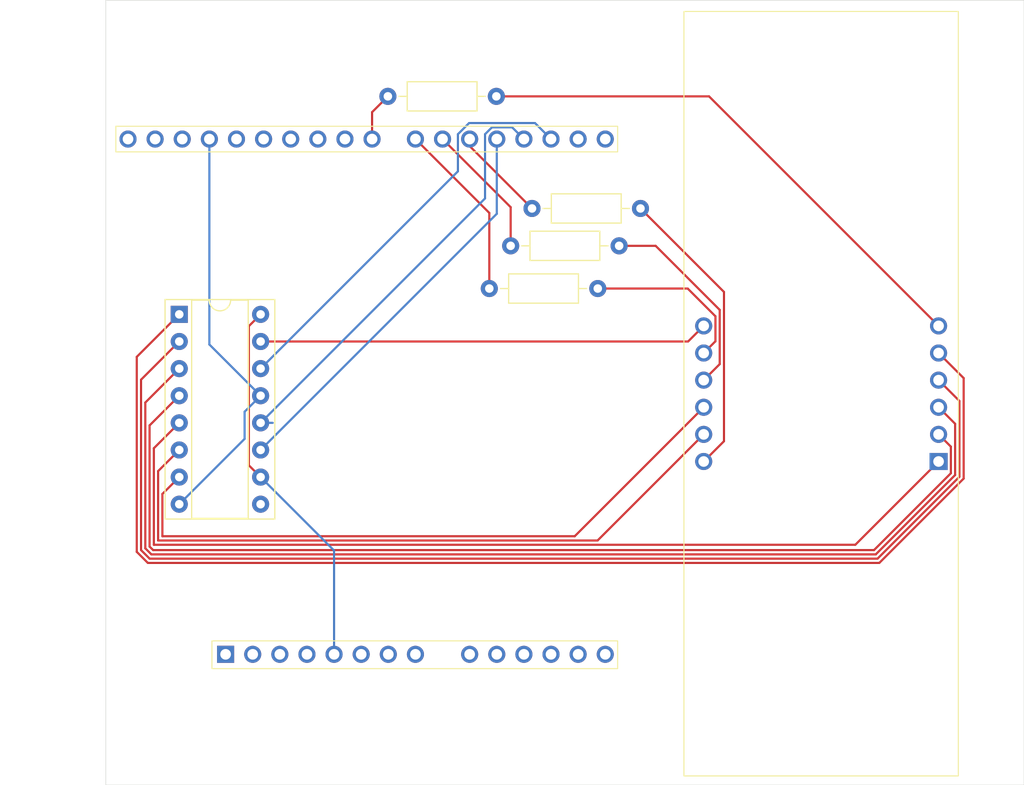
<source format=kicad_pcb>
(kicad_pcb (version 20240108) (generator "pcbnew") (generator_version "8.0")
  (layers (0 "F.Cu" signal) (31 "B.Cu" signal) (34 "B.Paste" user) (35 "F.Paste" user) (36 "B.SilkS" user "B.Silkscreen") (37 "F.SilkS" user "F.Silkscreen") (38 "B.Mask" user) (39 "F.Mask" user) (44 "Edge.Cuts" user))
  (net 0 "")
  (net 1 "Net-(https://www.electrokit.com/upload/product/41013/41013527/1LEDREDCC.pdf1-DIG4)")
  (net 2 "Net-(U1-QG)")
  (net 3 "Net-(U1-QE)")
  (net 4 "Net-(U1-QH)")
  (net 5 "Net-(https://www.electrokit.com/upload/product/41013/41013527/1LEDREDCC.pdf1-DIG1)")
  (net 6 "Net-(U1-QB)")
  (net 7 "Net-(U1-QF)")
  (net 8 "Net-(https://www.electrokit.com/upload/product/41013/41013527/1LEDREDCC.pdf1-DIG3)")
  (net 9 "Net-(https://www.electrokit.com/upload/product/41013/41013527/1LEDREDCC.pdf1-DIG2)")
  (net 10 "Net-(U1-QD)")
  (net 11 "Net-(U1-QA)")
  (net 12 "Net-(U1-QC)")
  (net 13 "Net-(UNO1-D8)")
  (net 14 "Net-(UNO1-D5)")
  (net 15 "Net-(UNO1-D6)")
  (net 16 "Net-(UNO1-D7)")
  (net 17 "Net-(U1-GND)")
  (net 18 "Net-(U1-SRCLK)")
  (net 19 "Net-(U1-VCC)")
  (net 20 "Net-(U1-SER)")
  (net 22 "Net-(U1-RCLK)")
  (footprint "Resistor_THT:R_Axial_DIN0207_L6.3mm_D2.5mm_P10.16mm_Horizontal" (layer "F.Cu") (at 156.08 69 180)
    (property "Reference" "R1" (hide yes))
    (property "Value" "R" (hide yes))
    (fp_line (start 9.12 0) (end 8.35 0) (stroke (width 0.12)) (layer "F.SilkS"))
    (fp_line (start 8.35 1.37) (end 8.35 -1.37) (stroke (width 0.12)) (layer "F.SilkS"))
    (fp_line (start 8.35 -1.37) (end 1.81 -1.37) (stroke (width 0.12)) (layer "F.SilkS"))
    (fp_line (start 1.81 1.37) (end 8.35 1.37) (stroke (width 0.12)) (layer "F.SilkS"))
    (fp_line (start 1.81 -1.37) (end 1.81 1.37) (stroke (width 0.12)) (layer "F.SilkS"))
    (fp_line (start 1.04 0) (end 1.81 0) (stroke (width 0.12)) (layer "F.SilkS"))
    (pad "1" thru_hole circle (at 0 0 180) (size 1.6 1.6) (drill 0.8) (layers "*.Cu" "*.Mask") (net 1 "Net-(https://www.electrokit.com/upload/product/41013/41013527/1LEDREDCC.pdf1-DIG4)"))
    (pad "2" thru_hole oval (at 10.16 0 180) (size 1.6 1.6) (drill 0.8) (layers "*.Cu" "*.Mask") (net 13 "Net-(UNO1-D8)"))
  )
  (footprint "Resistor_THT:R_Axial_DIN0207_L6.3mm_D2.5mm_P10.16mm_Horizontal" (layer "F.Cu") (at 155.42 87)
    (property "Reference" "R4" (hide yes))
    (property "Value" "R" (hide yes))
    (fp_line (start 1.04 0) (end 1.81 0) (stroke (width 0.12)) (layer "F.SilkS"))
    (fp_line (start 1.81 -1.37) (end 1.81 1.37) (stroke (width 0.12)) (layer "F.SilkS"))
    (fp_line (start 1.81 1.37) (end 8.35 1.37) (stroke (width 0.12)) (layer "F.SilkS"))
    (fp_line (start 8.35 -1.37) (end 1.81 -1.37) (stroke (width 0.12)) (layer "F.SilkS"))
    (fp_line (start 8.35 1.37) (end 8.35 -1.37) (stroke (width 0.12)) (layer "F.SilkS"))
    (fp_line (start 9.12 0) (end 8.35 0) (stroke (width 0.12)) (layer "F.SilkS"))
    (pad "1" thru_hole circle (at 0 0) (size 1.6 1.6) (drill 0.8) (layers "*.Cu" "*.Mask") (net 16 "Net-(UNO1-D7)"))
    (pad "2" thru_hole oval (at 10.16 0) (size 1.6 1.6) (drill 0.8) (layers "*.Cu" "*.Mask") (net 8 "Net-(https://www.electrokit.com/upload/product/41013/41013527/1LEDREDCC.pdf1-DIG3)"))
  )
  (footprint "Local_Library:Arduino UNO R3 Outline" (layer "F.Cu") (at 109.84 75.2)
    (property "Reference" "UNO1" (hide yes))
    (property "Value" "~" (hide yes))
    (fp_rect (start 10.6 -3.4) (end 57.6 -1) (stroke (width 0.1)) (fill none) (layer "F.SilkS"))
    (fp_rect (start 19.6 44.8) (end 57.6 47.4) (stroke (width 0.1)) (fill none) (layer "F.SilkS"))
    (pad "1" thru_hole rect (at 20.88 46.06 90) (size 1.6 1.6) (drill 1) (layers "*.Cu" "*.Mask"))
    (pad "2" thru_hole oval (at 23.42 46.06 90) (size 1.6 1.6) (drill 1) (layers "*.Cu" "*.Mask"))
    (pad "3" thru_hole oval (at 25.96 46.06 90) (size 1.6 1.6) (drill 1) (layers "*.Cu" "*.Mask"))
    (pad "4" thru_hole oval (at 28.5 46.06 90) (size 1.6 1.6) (drill 1) (layers "*.Cu" "*.Mask"))
    (pad "5" thru_hole oval (at 31.04 46.06 90) (size 1.6 1.6) (drill 1) (layers "*.Cu" "*.Mask") (net 19 "Net-(U1-VCC)"))
    (pad "6" thru_hole oval (at 33.58 46.06 90) (size 1.6 1.6) (drill 1) (layers "*.Cu" "*.Mask"))
    (pad "7" thru_hole oval (at 36.12 46.06 90) (size 1.6 1.6) (drill 1) (layers "*.Cu" "*.Mask"))
    (pad "8" thru_hole oval (at 38.66 46.06 90) (size 1.6 1.6) (drill 1) (layers "*.Cu" "*.Mask"))
    (pad "9" thru_hole oval (at 43.74 46.06 90) (size 1.6 1.6) (drill 1) (layers "*.Cu" "*.Mask"))
    (pad "10" thru_hole oval (at 46.28 46.06 90) (size 1.6 1.6) (drill 1) (layers "*.Cu" "*.Mask"))
    (pad "11" thru_hole oval (at 48.82 46.06 90) (size 1.6 1.6) (drill 1) (layers "*.Cu" "*.Mask"))
    (pad "12" thru_hole oval (at 51.36 46.06 90) (size 1.6 1.6) (drill 1) (layers "*.Cu" "*.Mask"))
    (pad "13" thru_hole oval (at 53.9 46.06 90) (size 1.6 1.6) (drill 1) (layers "*.Cu" "*.Mask"))
    (pad "14" thru_hole oval (at 56.44 46.06 90) (size 1.6 1.6) (drill 1) (layers "*.Cu" "*.Mask"))
    (pad "15" thru_hole oval (at 56.44 -2.2 90) (size 1.6 1.6) (drill 1) (layers "*.Cu" "*.Mask"))
    (pad "16" thru_hole oval (at 53.9 -2.2 90) (size 1.6 1.6) (drill 1) (layers "*.Cu" "*.Mask"))
    (pad "17" thru_hole oval (at 51.36 -2.2 90) (size 1.6 1.6) (drill 1) (layers "*.Cu" "*.Mask") (net 20 "Net-(U1-SER)"))
    (pad "18" thru_hole oval (at 48.82 -2.2 90) (size 1.6 1.6) (drill 1) (layers "*.Cu" "*.Mask") (net 22 "Net-(U1-RCLK)"))
    (pad "19" thru_hole oval (at 46.28 -2.2 90) (size 1.6 1.6) (drill 1) (layers "*.Cu" "*.Mask") (net 18 "Net-(U1-SRCLK)"))
    (pad "20" thru_hole oval (at 43.74 -2.2 90) (size 1.6 1.6) (drill 1) (layers "*.Cu" "*.Mask") (net 14 "Net-(UNO1-D5)"))
    (pad "21" thru_hole oval (at 41.2 -2.2 90) (size 1.6 1.6) (drill 1) (layers "*.Cu" "*.Mask") (net 15 "Net-(UNO1-D6)"))
    (pad "22" thru_hole oval (at 38.66 -2.2 90) (size 1.6 1.6) (drill 1) (layers "*.Cu" "*.Mask") (net 16 "Net-(UNO1-D7)"))
    (pad "23" thru_hole oval (at 34.6 -2.2 90) (size 1.6 1.6) (drill 1) (layers "*.Cu" "*.Mask") (net 13 "Net-(UNO1-D8)"))
    (pad "24" thru_hole oval (at 32.06 -2.2 90) (size 1.6 1.6) (drill 1) (layers "*.Cu" "*.Mask"))
    (pad "25" thru_hole oval (at 29.52 -2.2 90) (size 1.6 1.6) (drill 1) (layers "*.Cu" "*.Mask"))
    (pad "26" thru_hole oval (at 26.98 -2.2 90) (size 1.6 1.6) (drill 1) (layers "*.Cu" "*.Mask"))
    (pad "27" thru_hole oval (at 24.44 -2.2 90) (size 1.6 1.6) (drill 1) (layers "*.Cu" "*.Mask"))
    (pad "28" thru_hole oval (at 21.9 -2.2 90) (size 1.6 1.6) (drill 1) (layers "*.Cu" "*.Mask"))
    (pad "29" thru_hole oval (at 19.36 -2.2 90) (size 1.6 1.6) (drill 1) (layers "*.Cu" "*.Mask") (net 17 "Net-(U1-GND)"))
    (pad "30" thru_hole oval (at 16.82 -2.2 90) (size 1.6 1.6) (drill 1) (layers "*.Cu" "*.Mask"))
    (pad "31" thru_hole oval (at 14.28 -2.2 90) (size 1.6 1.6) (drill 1) (layers "*.Cu" "*.Mask"))
    (pad "32" thru_hole oval (at 11.74 -2.2 90) (size 1.6 1.6) (drill 1) (layers "*.Cu" "*.Mask"))
  )
  (footprint "Resistor_THT:R_Axial_DIN0207_L6.3mm_D2.5mm_P10.16mm_Horizontal" (layer "F.Cu") (at 157.42 83)
    (property "Reference" "R3" (hide yes))
    (property "Value" "R" (hide yes))
    (fp_line (start 1.04 0) (end 1.81 0) (stroke (width 0.12)) (layer "F.SilkS"))
    (fp_line (start 1.81 -1.37) (end 1.81 1.37) (stroke (width 0.12)) (layer "F.SilkS"))
    (fp_line (start 1.81 1.37) (end 8.35 1.37) (stroke (width 0.12)) (layer "F.SilkS"))
    (fp_line (start 8.35 -1.37) (end 1.81 -1.37) (stroke (width 0.12)) (layer "F.SilkS"))
    (fp_line (start 8.35 1.37) (end 8.35 -1.37) (stroke (width 0.12)) (layer "F.SilkS"))
    (fp_line (start 9.12 0) (end 8.35 0) (stroke (width 0.12)) (layer "F.SilkS"))
    (pad "1" thru_hole circle (at 0 0) (size 1.6 1.6) (drill 0.8) (layers "*.Cu" "*.Mask") (net 15 "Net-(UNO1-D6)"))
    (pad "2" thru_hole oval (at 10.16 0) (size 1.6 1.6) (drill 0.8) (layers "*.Cu" "*.Mask") (net 9 "Net-(https://www.electrokit.com/upload/product/41013/41013527/1LEDREDCC.pdf1-DIG2)"))
  )
  (footprint "Local_Library:ATA8401ARBJ" (layer "F.Cu") (at 186.5 96.85 90)
    (property "Reference" "https://www.electrokit.com/upload/product/41013/41013527/1LEDREDCC.pdf1" (hide yes))
    (property "Value" "ATA8401ARBJ")
    (fp_rect (start -35.8 -12.85) (end 35.8 12.85) (stroke (width 0.1)) (fill none) (layer "F.SilkS"))
    (pad "1" thru_hole rect (at -6.35 11 90) (size 1.6 1.7) (drill 1) (layers "*.Cu" "*.Mask") (net 7 "Net-(U1-QF)"))
    (pad "2" thru_hole circle (at -3.81 11 90) (size 1.6 1.6) (drill 1) (layers "*.Cu" "*.Mask") (net 3 "Net-(U1-QE)"))
    (pad "3" thru_hole circle (at -1.27 11 90) (size 1.6 1.6) (drill 1) (layers "*.Cu" "*.Mask") (net 10 "Net-(U1-QD)"))
    (pad "4" thru_hole circle (at 1.27 11 90) (size 1.6 1.6) (drill 1) (layers "*.Cu" "*.Mask") (net 12 "Net-(U1-QC)"))
    (pad "5" thru_hole circle (at 3.81 11 90) (size 1.6 1.6) (drill 1) (layers "*.Cu" "*.Mask") (net 6 "Net-(U1-QB)"))
    (pad "6" thru_hole circle (at 6.35 11 90) (size 1.6 1.6) (drill 1) (layers "*.Cu" "*.Mask") (net 1 "Net-(https://www.electrokit.com/upload/product/41013/41013527/1LEDREDCC.pdf1-DIG4)"))
    (pad "7" thru_hole circle (at 6.35 -11 270) (size 1.6 1.6) (drill 1) (layers "*.Cu" "*.Mask") (net 11 "Net-(U1-QA)"))
    (pad "8" thru_hole circle (at 3.81 -11 270) (size 1.6 1.6) (drill 1) (layers "*.Cu" "*.Mask") (net 8 "Net-(https://www.electrokit.com/upload/product/41013/41013527/1LEDREDCC.pdf1-DIG3)"))
    (pad "9" thru_hole circle (at 1.27 -11 270) (size 1.6 1.6) (drill 1) (layers "*.Cu" "*.Mask") (net 9 "Net-(https://www.electrokit.com/upload/product/41013/41013527/1LEDREDCC.pdf1-DIG2)"))
    (pad "10" thru_hole circle (at -1.27 -11 270) (size 1.6 1.6) (drill 1) (layers "*.Cu" "*.Mask") (net 4 "Net-(U1-QH)"))
    (pad "11" thru_hole circle (at -3.81 -11 270) (size 1.6 1.6) (drill 1) (layers "*.Cu" "*.Mask") (net 2 "Net-(U1-QG)"))
    (pad "12" thru_hole circle (at -6.35 -11 270) (size 1.6 1.6) (drill 1) (layers "*.Cu" "*.Mask") (net 5 "Net-(https://www.electrokit.com/upload/product/41013/41013527/1LEDREDCC.pdf1-DIG1)"))
  )
  (footprint "Package_DIP:DIP-16_W7.62mm_Socket" (layer "F.Cu") (at 126.38 89.42)
    (property "Reference" "U1" (hide yes))
    (property "Value" "74HC595")
    (fp_line (start -1.33 -1.39) (end -1.33 19.17) (stroke (width 0.12)) (layer "F.SilkS"))
    (fp_line (start -1.33 19.17) (end 8.95 19.17) (stroke (width 0.12)) (layer "F.SilkS"))
    (fp_line (start 1.16 -1.33) (end 1.16 19.11) (stroke (width 0.12)) (layer "F.SilkS"))
    (fp_line (start 1.16 19.11) (end 6.46 19.11) (stroke (width 0.12)) (layer "F.SilkS"))
    (fp_line (start 2.81 -1.33) (end 1.16 -1.33) (stroke (width 0.12)) (layer "F.SilkS"))
    (fp_line (start 6.46 -1.33) (end 4.81 -1.33) (stroke (width 0.12)) (layer "F.SilkS"))
    (fp_line (start 6.46 19.11) (end 6.46 -1.33) (stroke (width 0.12)) (layer "F.SilkS"))
    (fp_line (start 8.95 -1.39) (end -1.33 -1.39) (stroke (width 0.12)) (layer "F.SilkS"))
    (fp_line (start 8.95 19.17) (end 8.95 -1.39) (stroke (width 0.12)) (layer "F.SilkS"))
    (fp_arc (start 4.81 -1.33) (mid 3.81 -0.33) (end 2.81 -1.33) (stroke (width 0.12)) (layer "F.SilkS"))
    (pad "1" thru_hole rect (at 0 0) (size 1.6 1.6) (drill 0.8) (layers "*.Cu" "*.Mask") (net 6 "Net-(U1-QB)"))
    (pad "2" thru_hole oval (at 0 2.54) (size 1.6 1.6) (drill 0.8) (layers "*.Cu" "*.Mask") (net 12 "Net-(U1-QC)"))
    (pad "3" thru_hole oval (at 0 5.08) (size 1.6 1.6) (drill 0.8) (layers "*.Cu" "*.Mask") (net 10 "Net-(U1-QD)"))
    (pad "4" thru_hole oval (at 0 7.62) (size 1.6 1.6) (drill 0.8) (layers "*.Cu" "*.Mask") (net 3 "Net-(U1-QE)"))
    (pad "5" thru_hole oval (at 0 10.16) (size 1.6 1.6) (drill 0.8) (layers "*.Cu" "*.Mask") (net 7 "Net-(U1-QF)"))
    (pad "6" thru_hole oval (at 0 12.7) (size 1.6 1.6) (drill 0.8) (layers "*.Cu" "*.Mask") (net 2 "Net-(U1-QG)"))
    (pad "7" thru_hole oval (at 0 15.24) (size 1.6 1.6) (drill 0.8) (layers "*.Cu" "*.Mask") (net 4 "Net-(U1-QH)"))
    (pad "8" thru_hole oval (at 0 17.78) (size 1.6 1.6) (drill 0.8) (layers "*.Cu" "*.Mask") (net 17 "Net-(U1-GND)"))
    (pad "9" thru_hole oval (at 7.62 17.78) (size 1.6 1.6) (drill 0.8) (layers "*.Cu" "*.Mask"))
    (pad "10" thru_hole oval (at 7.62 15.24) (size 1.6 1.6) (drill 0.8) (layers "*.Cu" "*.Mask") (net 19 "Net-(U1-VCC)"))
    (pad "11" thru_hole oval (at 7.62 12.7) (size 1.6 1.6) (drill 0.8) (layers "*.Cu" "*.Mask") (net 18 "Net-(U1-SRCLK)"))
    (pad "12" thru_hole oval (at 7.62 10.16) (size 1.6 1.6) (drill 0.8) (layers "*.Cu" "*.Mask") (net 22 "Net-(U1-RCLK)"))
    (pad "13" thru_hole oval (at 7.62 7.62) (size 1.6 1.6) (drill 0.8) (layers "*.Cu" "*.Mask") (net 17 "Net-(U1-GND)"))
    (pad "14" thru_hole oval (at 7.62 5.08) (size 1.6 1.6) (drill 0.8) (layers "*.Cu" "*.Mask") (net 20 "Net-(U1-SER)"))
    (pad "15" thru_hole oval (at 7.62 2.54) (size 1.6 1.6) (drill 0.8) (layers "*.Cu" "*.Mask") (net 11 "Net-(U1-QA)"))
    (pad "16" thru_hole oval (at 7.62 0) (size 1.6 1.6) (drill 0.8) (layers "*.Cu" "*.Mask") (net 19 "Net-(U1-VCC)"))
  )
  (footprint "Resistor_THT:R_Axial_DIN0207_L6.3mm_D2.5mm_P10.16mm_Horizontal" (layer "F.Cu") (at 159.42 79.5)
    (property "Reference" "R2" (hide yes))
    (property "Value" "R" (hide yes))
    (fp_line (start 1.04 0) (end 1.81 0) (stroke (width 0.12)) (layer "F.SilkS"))
    (fp_line (start 1.81 -1.37) (end 1.81 1.37) (stroke (width 0.12)) (layer "F.SilkS"))
    (fp_line (start 1.81 1.37) (end 8.35 1.37) (stroke (width 0.12)) (layer "F.SilkS"))
    (fp_line (start 8.35 -1.37) (end 1.81 -1.37) (stroke (width 0.12)) (layer "F.SilkS"))
    (fp_line (start 8.35 1.37) (end 8.35 -1.37) (stroke (width 0.12)) (layer "F.SilkS"))
    (fp_line (start 9.12 0) (end 8.35 0) (stroke (width 0.12)) (layer "F.SilkS"))
    (pad "1" thru_hole circle (at 0 0) (size 1.6 1.6) (drill 0.8) (layers "*.Cu" "*.Mask") (net 14 "Net-(UNO1-D5)"))
    (pad "2" thru_hole oval (at 10.16 0) (size 1.6 1.6) (drill 0.8) (layers "*.Cu" "*.Mask") (net 5 "Net-(https://www.electrokit.com/upload/product/41013/41013527/1LEDREDCC.pdf1-DIG1)"))
  )
  (gr_rect (start 119.5 60) (end 205.5 133.5) (stroke (width 0.05)) (fill none) (layer "Edge.Cuts"))
  (segment (start 176 69) (end 197.5 90.5) (width 0.2) (layer "F.Cu") (net 1))
  (segment (start 156.08 69) (end 176 69) (width 0.2) (layer "F.Cu") (net 1))
  (segment (start 124.4 110.6) (end 165.56 110.6) (width 0.2) (layer "F.Cu") (net 2))
  (segment (start 126.38 102.12) (end 124.4 104.1) (width 0.2) (layer "F.Cu") (net 2))
  (segment (start 165.56 110.6) (end 175.5 100.66) (width 0.2) (layer "F.Cu") (net 2))
  (segment (start 124.4 104.1) (end 124.4 110.6) (width 0.2) (layer "F.Cu") (net 2))
  (segment (start 198.65 104.3) (end 198.65 101.81) (width 0.2) (layer "F.Cu") (net 3))
  (segment (start 198.65 101.81) (end 197.5 100.66) (width 0.2) (layer "F.Cu") (net 3))
  (segment (start 123.934315 111.5) (end 191.45 111.5) (width 0.2) (layer "F.Cu") (net 3))
  (segment (start 123.6 99.82) (end 123.6 111.165685) (width 0.2) (layer "F.Cu") (net 3))
  (segment (start 123.6 111.165685) (end 123.934315 111.5) (width 0.2) (layer "F.Cu") (net 3))
  (segment (start 191.45 111.5) (end 198.65 104.3) (width 0.2) (layer "F.Cu") (net 3))
  (segment (start 126.38 97.04) (end 123.6 99.82) (width 0.2) (layer "F.Cu") (net 3))
  (segment (start 126.38 104.66) (end 124.8 106.24) (width 0.2) (layer "F.Cu") (net 4))
  (segment (start 124.8 106.24) (end 124.8 110.2) (width 0.2) (layer "F.Cu") (net 4))
  (segment (start 163.42 110.2) (end 175.5 98.12) (width 0.2) (layer "F.Cu") (net 4))
  (segment (start 124.8 110.2) (end 163.42 110.2) (width 0.2) (layer "F.Cu") (net 4))
  (segment (start 177.4 87.32) (end 169.58 79.5) (width 0.2) (layer "F.Cu") (net 5))
  (segment (start 175.5 103.2) (end 177.4 101.3) (width 0.2) (layer "F.Cu") (net 5))
  (segment (start 177.4 101.3) (end 177.4 87.32) (width 0.2) (layer "F.Cu") (net 5))
  (segment (start 123.437257 112.7) (end 122.4 111.662743) (width 0.2) (layer "F.Cu") (net 6))
  (segment (start 191.947058 112.7) (end 123.437257 112.7) (width 0.2) (layer "F.Cu") (net 6))
  (segment (start 199.85 95.39) (end 199.85 104.797058) (width 0.2) (layer "F.Cu") (net 6))
  (segment (start 122.4 111.662743) (end 122.4 93.4) (width 0.2) (layer "F.Cu") (net 6))
  (segment (start 122.4 93.4) (end 126.38 89.42) (width 0.2) (layer "F.Cu") (net 6))
  (segment (start 197.5 93.04) (end 199.85 95.39) (width 0.2) (layer "F.Cu") (net 6))
  (segment (start 199.85 104.797058) (end 191.947058 112.7) (width 0.2) (layer "F.Cu") (net 6))
  (segment (start 189.7 111) (end 197.5 103.2) (width 0.2) (layer "F.Cu") (net 7))
  (segment (start 124 111) (end 189.7 111) (width 0.2) (layer "F.Cu") (net 7))
  (segment (start 126.38 99.58) (end 124 101.96) (width 0.2) (layer "F.Cu") (net 7))
  (segment (start 124 101.96) (end 124 111) (width 0.2) (layer "F.Cu") (net 7))
  (segment (start 176.6 89.6) (end 174 87) (width 0.2) (layer "F.Cu") (net 8))
  (segment (start 174 87) (end 165.58 87) (width 0.2) (layer "F.Cu") (net 8))
  (segment (start 175.5 93.04) (end 176.6 91.94) (width 0.2) (layer "F.Cu") (net 8))
  (segment (start 176.6 91.94) (end 176.6 89.6) (width 0.2) (layer "F.Cu") (net 8))
  (segment (start 175.42 95.5) (end 175.5 95.58) (width 0.2) (layer "F.Cu") (net 9))
  (segment (start 175.5 95.58) (end 177 94.08) (width 0.2) (layer "F.Cu") (net 9))
  (segment (start 171 83) (end 167.58 83) (width 0.2) (layer "F.Cu") (net 9))
  (segment (start 177 94.08) (end 177 89) (width 0.2) (layer "F.Cu") (net 9))
  (segment (start 177 89) (end 171 83) (width 0.2) (layer "F.Cu") (net 9))
  (segment (start 123.768629 111.9) (end 191.615686 111.9) (width 0.2) (layer "F.Cu") (net 10))
  (segment (start 191.615686 111.9) (end 199.05 104.465686) (width 0.2) (layer "F.Cu") (net 10))
  (segment (start 123.2 111.331371) (end 123.768629 111.9) (width 0.2) (layer "F.Cu") (net 10))
  (segment (start 199.05 99.67) (end 197.5 98.12) (width 0.2) (layer "F.Cu") (net 10))
  (segment (start 123.2 97.68) (end 123.2 111.331371) (width 0.2) (layer "F.Cu") (net 10))
  (segment (start 126.38 94.5) (end 123.2 97.68) (width 0.2) (layer "F.Cu") (net 10))
  (segment (start 199.05 104.465686) (end 199.05 99.67) (width 0.2) (layer "F.Cu") (net 10))
  (segment (start 174.04 91.96) (end 175.5 90.5) (width 0.2) (layer "F.Cu") (net 11))
  (segment (start 134 91.96) (end 174.04 91.96) (width 0.2) (layer "F.Cu") (net 11))
  (segment (start 122.8 95.54) (end 122.8 111.497057) (width 0.2) (layer "F.Cu") (net 12))
  (segment (start 122.8 111.497057) (end 123.602943 112.3) (width 0.2) (layer "F.Cu") (net 12))
  (segment (start 126.38 91.96) (end 122.8 95.54) (width 0.2) (layer "F.Cu") (net 12))
  (segment (start 191.781372 112.3) (end 199.45 104.631372) (width 0.2) (layer "F.Cu") (net 12))
  (segment (start 199.45 104.631372) (end 199.45 97.53) (width 0.2) (layer "F.Cu") (net 12))
  (segment (start 199.45 97.53) (end 197.5 95.58) (width 0.2) (layer "F.Cu") (net 12))
  (segment (start 123.602943 112.3) (end 191.781372 112.3) (width 0.2) (layer "F.Cu") (net 12))
  (segment (start 144.44 73) (end 144.44 70.48) (width 0.2) (layer "F.Cu") (net 13))
  (segment (start 144.44 70.48) (end 145.92 69) (width 0.2) (layer "F.Cu") (net 13))
  (segment (start 159.42 79.5) (end 153.58 73.66) (width 0.2) (layer "F.Cu") (net 14))
  (segment (start 153.58 73.66) (end 153.58 73) (width 0.2) (layer "F.Cu") (net 14))
  (segment (start 153.58 73.66) (end 153.58 73) (width 0.2) (layer "B.Cu") (net 14))
  (segment (start 157.42 79.38) (end 151.04 73) (width 0.2) (layer "F.Cu") (net 15))
  (segment (start 157.42 83) (end 157.42 79.38) (width 0.2) (layer "F.Cu") (net 15))
  (segment (start 155.42 79.92) (end 148.5 73) (width 0.2) (layer "F.Cu") (net 16))
  (segment (start 155.42 87) (end 155.42 79.92) (width 0.2) (layer "F.Cu") (net 16))
  (segment (start 134 97.04) (end 129.2 92.24) (width 0.2) (layer "B.Cu") (net 17))
  (segment (start 132.5 101.08) (end 126.38 107.2) (width 0.2) (layer "B.Cu") (net 17))
  (segment (start 132.5 98.54) (end 132.5 101.08) (width 0.2) (layer "B.Cu") (net 17))
  (segment (start 134 97.04) (end 132.5 98.54) (width 0.2) (layer "B.Cu") (net 17))
  (segment (start 129.2 92.24) (end 129.2 73) (width 0.2) (layer "B.Cu") (net 17))
  (segment (start 134 102.12) (end 156.12 80) (width 0.2) (layer "B.Cu") (net 18))
  (segment (start 156.12 80) (end 156.12 73) (width 0.2) (layer "B.Cu") (net 18))
  (segment (start 134 89.42) (end 132.9 90.52) (width 0.2) (layer "F.Cu") (net 19))
  (segment (start 132.9 103.56) (end 134 104.66) (width 0.2) (layer "F.Cu") (net 19))
  (segment (start 132.9 90.52) (end 132.9 103.56) (width 0.2) (layer "F.Cu") (net 19))
  (segment (start 134 104.66) (end 140.88 111.54) (width 0.2) (layer "B.Cu") (net 19))
  (segment (start 140.88 111.54) (end 140.88 121.26) (width 0.2) (layer "B.Cu") (net 19))
  (segment (start 159.7 71.5) (end 161.2 73) (width 0.2) (layer "B.Cu") (net 20))
  (segment (start 152.48 72.544365) (end 153.524365 71.5) (width 0.2) (layer "B.Cu") (net 20))
  (segment (start 153.524365 71.5) (end 159.7 71.5) (width 0.2) (layer "B.Cu") (net 20))
  (segment (start 134 94.5) (end 152.48 76.02) (width 0.2) (layer "B.Cu") (net 20))
  (segment (start 152.48 76.02) (end 152.48 72.544365) (width 0.2) (layer "B.Cu") (net 20))
  (segment (start 134 99.58) (end 135.13137 99.58) (width 0.2) (layer "B.Cu") (net 22))
  (segment (start 157.56 71.9) (end 158.66 73) (width 0.2) (layer "B.Cu") (net 22))
  (segment (start 155.02 72.544365) (end 155.664365 71.9) (width 0.2) (layer "B.Cu") (net 22))
  (segment (start 155.02 78.56) (end 155.02 72.544365) (width 0.2) (layer "B.Cu") (net 22))
  (segment (start 155.664365 71.9) (end 157.56 71.9) (width 0.2) (layer "B.Cu") (net 22))
  (segment (start 134 99.58) (end 155.02 78.56) (width 0.2) (layer "B.Cu") (net 22))
)
</source>
